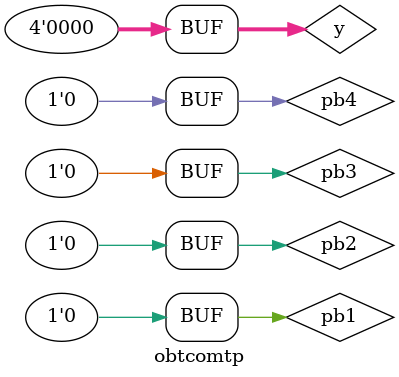
<source format=v>
`timescale 1ns / 1ps


module obtcomtp;

	// Inputs
	reg pb1;
	reg pb2;
	reg pb3;
	reg pb4;
	reg [3:0] y;

	// Outputs
	wire [7:0] less;
	wire [7:0] great;
	wire [7:0] equal;

	// Instantiate the Unit Under Test (UUT)
	obtcom_top uut (
		.pb1(pb1), 
		.pb2(pb2), 
		.pb3(pb3), 
		.pb4(pb4), 
		.y(y), 
		.less(less), 
		.great(great), 
		.equal(equal)
	);

	initial begin
		// Initialize Inputs
		pb1 = 0;
		pb2 = 0;
		pb3 = 0;
		pb4 = 0;
		y = 0;

		// Wait 100 ns for global reset to finish
		#100;
        
		// Add stimulus here

	end
      
endmodule


</source>
